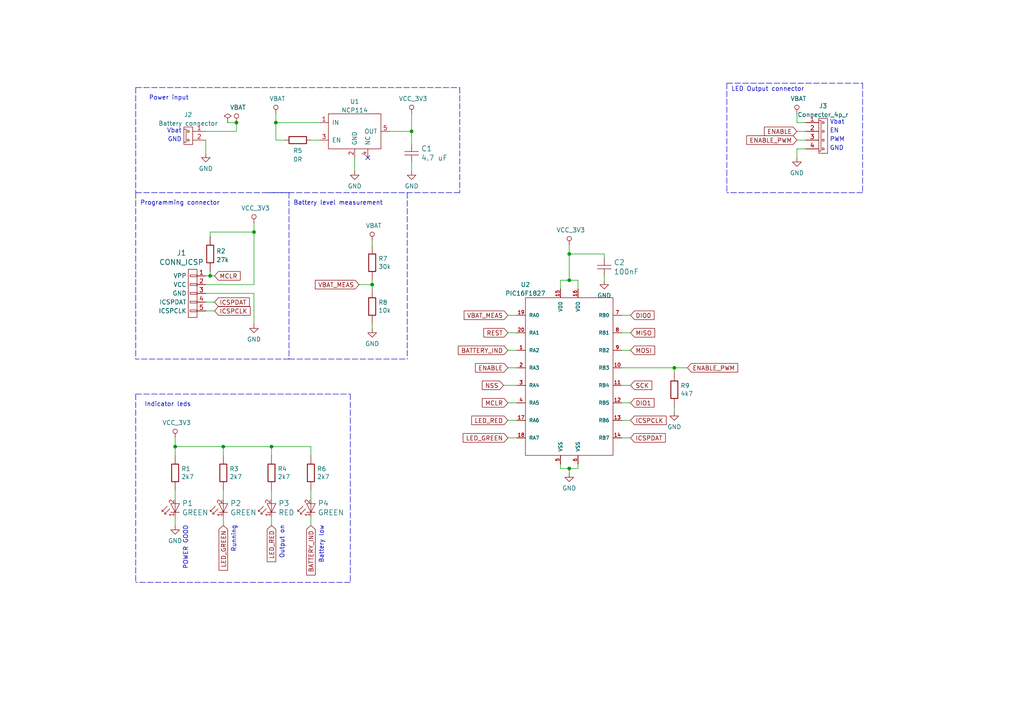
<source format=kicad_sch>
(kicad_sch (version 20211123) (generator eeschema)
  (paper "A4")
  (title_block (title "Lampe Solaire petite") (date "2020-09-26") (rev "r10") (company "ESN") (comment 1 "Esseiva Nicolas") (comment 2 "Lampe solaire commandée par un récepteur RF"))
  (lib_symbols
    (symbol "0ESN_Lib:AP3019A"
      (property "Reference" "U" (at -22.86 7.62 0))
      (property "Value" "AP3019A" (at -16.51 11.43 0))
      (symbol "AP3019A_0_1"
        (rectangle (start -7.62 5.08) (end 7.62 -5.08) (stroke (width 0.1524)) (fill (type background)))
      )
      (symbol "AP3019A_1_1"
        (pin input line (at -2.54 7.62 270) (length 2.54) (name "SW") (number "1"))
        (pin power_in line (at 0 -7.62 90) (length 2.54) (name "GND") (number "2"))
        (pin output line (at 10.16 -1.27 180) (length 2.54) (name "FB") (number "3"))
        (pin input line (at -10.16 -1.27 0) (length 2.54) (name "CTRL") (number "4"))
        (pin power_out line (at 2.54 7.62 270) (length 2.54) (name "Vout") (number "5"))
        (pin power_in line (at -10.16 1.27 0) (length 2.54) (name "Vin") (number "6"))
      )
    )
    (symbol "0ESN_Lib:Connector_2p" (pin_names (offset 1.016) hide)
      (property "Reference" "J" (at 0 3.81 0))
      (property "Value" "Connector_2p" (at -2.54 0 90))
      (symbol "Connector_2p_0_1"
        (rectangle (start -1.27 2.54) (end 1.27 -2.54))
        (polyline (pts (xy -0.635 1.905) (xy -1.27 1.905)) (stroke (width 0.1524)))
        (polyline (pts (xy -1.27 -1.905) (xy -0.635 -1.905) (xy -0.635 1.905)) (stroke (width 0.1524)))
        (rectangle (start 0.254 -1.016) (end -0.254 -1.524) (stroke (width 0.1524)))
        (rectangle (start 0.254 1.524) (end -0.254 1.016) (stroke (width 0.1524)))
      )
      (symbol "Connector_2p_1_1"
        (pin passive line (at 5.08 1.27 180) (length 3.81) (name "P1") (number "1"))
        (pin passive line (at 5.08 -1.27 180) (length 3.81) (name "P2") (number "2"))
      )
    )
    (symbol "0ESN_Lib:Connector_4p" (pin_names (offset 1.016) hide)
      (property "Reference" "J" (at 0 6.35 0))
      (property "Value" "Connector_4p" (at -2.54 2.54 90))
      (symbol "Connector_4p_0_1"
        (rectangle (start -1.27 5.08) (end 1.27 -5.08))
        (polyline (pts (xy -0.635 4.445) (xy -1.27 4.445)) (stroke (width 0.1524)))
        (polyline (pts (xy -1.27 -4.445) (xy -0.635 -4.445) (xy -0.635 4.445)) (stroke (width 0.1524)))
        (rectangle (start 0.254 -3.556) (end -0.254 -4.064) (stroke (width 0.1524)))
        (rectangle (start 0.254 -1.016) (end -0.254 -1.524) (stroke (width 0.1524)))
        (rectangle (start 0.254 1.524) (end -0.254 1.016) (stroke (width 0.1524)))
        (rectangle (start 0.254 4.064) (end -0.254 3.556) (stroke (width 0.1524)))
      )
      (symbol "Connector_4p_1_1"
        (pin passive line (at 5.08 3.81 180) (length 3.81) (name "P1") (number "1"))
        (pin passive line (at 5.08 1.27 180) (length 3.81) (name "P2") (number "2"))
        (pin passive line (at 5.08 -1.27 180) (length 3.81) (name "P3") (number "3"))
        (pin passive line (at 5.08 -3.81 180) (length 3.81) (name "P4") (number "4"))
      )
    )
    (symbol "0ESN_Lib:Connector_4p_r" (pin_names (offset 1.016) hide)
      (property "Reference" "J" (at 0 6.35 0))
      (property "Value" "Connector_4p_r" (at -2.54 2.54 90))
      (symbol "Connector_4p_r_0_1"
        (rectangle (start -1.27 5.08) (end 1.27 -5.08))
        (polyline (pts (xy -0.635 4.445) (xy -1.27 4.445)) (stroke (width 0.1524)))
        (polyline (pts (xy -1.27 -4.445) (xy -0.635 -4.445) (xy -0.635 4.445)) (stroke (width 0.1524)))
        (rectangle (start 0.254 -3.556) (end -0.254 -4.064) (stroke (width 0.1524)))
        (rectangle (start 0.254 -1.016) (end -0.254 -1.524) (stroke (width 0.1524)))
        (rectangle (start 0.254 1.524) (end -0.254 1.016) (stroke (width 0.1524)))
        (rectangle (start 0.254 4.064) (end -0.254 3.556) (stroke (width 0.1524)))
      )
      (symbol "Connector_4p_r_1_1"
        (pin passive line (at -5.08 3.81 0) (length 3.81) (name "P1") (number "1"))
        (pin passive line (at -5.08 1.27 0) (length 3.81) (name "P2") (number "2"))
        (pin passive line (at -5.08 -1.27 0) (length 3.81) (name "P3") (number "3"))
        (pin passive line (at -5.08 -3.81 0) (length 3.81) (name "P4") (number "4"))
      )
    )
    (symbol "0ESN_Lib:NCP114" (pin_names (offset 1.016))
      (property "Reference" "U" (at 5.08 8.89 0))
      (property "Value" "NCP114" (at 5.08 6.35 0))
      (symbol "NCP114_0_1"
        (rectangle (start -7.62 5.08) (end 7.62 -5.08))
      )
      (symbol "NCP114_1_1"
        (pin power_in line (at -10.16 2.54 0) (length 2.54) (name "IN") (number "1"))
        (pin power_in line (at 0 -7.62 90) (length 2.54) (name "GND") (number "2"))
        (pin input line (at -10.16 -2.54 0) (length 2.54) (name "EN") (number "3"))
        (pin passive line (at 3.81 -7.62 90) (length 2.54) (name "NC") (number "4"))
        (pin power_out line (at 10.16 0 180) (length 2.54) (name "OUT") (number "5"))
      )
    )
    (symbol "Device:C_Small" (pin_numbers hide) (pin_names (offset 0.254) hide)
      (property "Reference" "C" (at 0.254 1.778 0))
      (property "Value" "C_Small" (at 0.254 -2.032 0))
      (symbol "C_Small_0_1"
        (polyline (pts (xy -1.524 -0.508) (xy 1.524 -0.508)) (stroke (width 0.3302)))
        (polyline (pts (xy -1.524 0.508) (xy 1.524 0.508)) (stroke (width 0.3048)))
      )
      (symbol "C_Small_1_1"
        (pin passive line (at 0 2.54 270) (length 2.032) (name "~") (number "1"))
        (pin passive line (at 0 -2.54 90) (length 2.032) (name "~") (number "2"))
      )
    )
    (symbol "Device:L" (pin_numbers hide) (pin_names (offset 1.016) hide)
      (property "Reference" "L" (at -1.27 0 90))
      (property "Value" "L" (at 1.905 0 90))
      (symbol "L_0_1"
        (arc (start 0 -2.54) (mid 0.635 -1.905) (end 0 -1.27))
        (arc (start 0 -1.27) (mid 0.635 -0.635) (end 0 0))
        (arc (start 0 0) (mid 0.635 0.635) (end 0 1.27))
        (arc (start 0 1.27) (mid 0.635 1.905) (end 0 2.54))
      )
      (symbol "L_1_1"
        (pin passive line (at 0 3.81 270) (length 1.27) (name "1") (number "1"))
        (pin passive line (at 0 -3.81 90) (length 1.27) (name "2") (number "2"))
      )
    )
    (symbol "Device:LED_Series" (pin_names (offset 1.016) hide)
      (property "Reference" "D" (at 0 5.715 0))
      (property "Value" "LED_Series" (at 0 3.81 0))
      (symbol "LED_Series_0_1"
        (polyline (pts (xy -3.81 0) (xy -1.016 0)))
        (polyline (pts (xy -3.683 -1.27) (xy -3.683 1.27)) (stroke (width 0.254)))
        (polyline (pts (xy -0.508 0) (xy -0.762 0)))
        (polyline (pts (xy 0.127 0) (xy -0.127 0)))
        (polyline (pts (xy 0.508 0) (xy 0.762 0)))
        (polyline (pts (xy 1.016 0) (xy 3.81 0)))
        (polyline (pts (xy 1.143 -1.27) (xy 1.143 1.27)) (stroke (width 0.254)))
        (polyline (pts (xy -1.143 -1.27) (xy -1.143 1.27) (xy -3.683 0) (xy -1.143 -1.27)) (stroke (width 0.254)))
        (polyline (pts (xy 3.683 -1.27) (xy 3.683 1.27) (xy 1.143 0) (xy 3.683 -1.27)) (stroke (width 0.254)))
        (polyline (pts (xy -3.302 1.397) (xy -1.778 2.921) (xy -2.54 2.921) (xy -1.778 2.921) (xy -1.778 2.159)))
        (polyline (pts (xy -2.032 1.397) (xy -0.508 2.921) (xy -1.27 2.921) (xy -0.508 2.921) (xy -0.508 2.159)))
        (polyline (pts (xy 1.524 1.397) (xy 3.048 2.921) (xy 2.286 2.921) (xy 3.048 2.921) (xy 3.048 2.159)))
        (polyline (pts (xy 2.794 1.397) (xy 4.318 2.921) (xy 3.556 2.921) (xy 4.318 2.921) (xy 4.318 2.159)))
      )
      (symbol "LED_Series_1_1"
        (pin passive line (at -6.35 0 0) (length 2.54) (name "K") (number "1"))
        (pin passive line (at 6.35 0 180) (length 2.54) (name "A") (number "2"))
      )
    )
    (symbol "Device:R" (pin_numbers hide) (pin_names (offset 0))
      (property "Reference" "R" (at 2.032 0 90))
      (property "Value" "R" (at 0 0 90))
      (symbol "R_0_1"
        (rectangle (start -1.016 -2.54) (end 1.016 2.54) (stroke (width 0.254)))
      )
      (symbol "R_1_1"
        (pin passive line (at 0 3.81 270) (length 1.27) (name "~") (number "1"))
        (pin passive line (at 0 -3.81 90) (length 1.27) (name "~") (number "2"))
      )
    )
    (symbol "Device:R_Potentiometer_Trim" (pin_names (offset 1.016) hide)
      (property "Reference" "RV" (at -4.445 0 90))
      (property "Value" "R_Potentiometer_Trim" (at -2.54 0 90))
      (symbol "R_Potentiometer_Trim_0_1"
        (polyline (pts (xy 1.524 0.762) (xy 1.524 -0.762)))
        (polyline (pts (xy 2.54 0) (xy 1.524 0)))
        (rectangle (start 1.016 2.54) (end -1.016 -2.54) (stroke (width 0.254)))
      )
      (symbol "R_Potentiometer_Trim_1_1"
        (pin passive line (at 0 3.81 270) (length 1.27) (name "1") (number "1"))
        (pin passive line (at 3.81 0 180) (length 1.27) (name "2") (number "2"))
        (pin passive line (at 0 -3.81 90) (length 1.27) (name "3") (number "3"))
      )
    )
    (symbol "LampeSolaire2-rescue:CAPA-0EsseivaN_Lib" (pin_numbers hide) (pin_names (offset 1.016) hide)
      (property "Reference" "C" (at 0 3.81 0))
      (property "Value" "CAPA-0EsseivaN_Lib" (at 0 -3.81 0))
      (symbol "CAPA-0EsseivaN_Lib_0_1"
        (polyline (pts (xy -0.508 0) (xy -1.27 0)))
        (polyline (pts (xy -0.508 2.032) (xy -0.508 -2.032)))
        (polyline (pts (xy 0.508 0) (xy 1.27 0)))
        (polyline (pts (xy 0.508 2.032) (xy 0.508 -2.032)))
      )
      (symbol "CAPA-0EsseivaN_Lib_1_1"
        (pin passive line (at -2.54 0 0) (length 1.27) (name "~") (number "1"))
        (pin passive line (at 2.54 0 180) (length 1.27) (name "~") (number "2"))
      )
    )
    (symbol "LampeSolaire2-rescue:CONN_ICSP-0EsseivaN_Lib" (pin_names (offset 3.048))
      (property "Reference" "X" (at 3.81 15.24 0))
      (property "Value" "CONN_ICSP-0EsseivaN_Lib" (at 3.81 12.7 0))
      (symbol "CONN_ICSP-0EsseivaN_Lib_0_0"
        (rectangle (start 5.08 -1.016) (end 3.048 -1.524))
        (rectangle (start 5.08 1.524) (end 3.048 1.016))
        (rectangle (start 5.08 4.064) (end 3.048 3.556))
        (rectangle (start 5.08 6.604) (end 3.048 6.096))
        (rectangle (start 5.08 9.144) (end 3.048 8.636))
        (rectangle (start 5.08 10.795) (end 2.54 -3.175))
      )
      (symbol "CONN_ICSP-0EsseivaN_Lib_1_1"
        (pin output line (at 7.62 8.89 180) (length 2.54) (name "VPP") (number "1"))
        (pin power_out line (at 7.62 6.35 180) (length 2.54) (name "VCC") (number "2"))
        (pin power_out line (at 7.62 3.81 180) (length 2.54) (name "GND") (number "3"))
        (pin bidirectional line (at 7.62 1.27 180) (length 2.54) (name "ICSPDAT") (number "4"))
        (pin bidirectional line (at 7.62 -1.27 180) (length 2.54) (name "ICSPCLK") (number "5"))
      )
    )
    (symbol "LampeSolaire2-rescue:LED-0EsseivaN_Lib" (pin_names (offset 0) hide)
      (property "Reference" "P" (at -1.016 5.842 0))
      (property "Value" "LED-0EsseivaN_Lib" (at -1.27 3.81 0))
      (symbol "LED-0EsseivaN_Lib_0_0"
        (polyline (pts (xy -1.27 0) (xy 1.27 0)))
        (polyline (pts (xy -0.508 -2.286) (xy 1.016 -3.81)))
        (polyline (pts (xy 0.254 -1.524) (xy 1.778 -3.048)))
        (polyline (pts (xy 1.27 1.27) (xy 1.27 -1.27)))
        (polyline (pts (xy 1.016 -3.302) (xy 1.016 -3.81) (xy 0.508 -3.81)))
        (polyline (pts (xy 1.778 -2.54) (xy 1.778 -3.048) (xy 1.27 -3.048)))
        (polyline (pts (xy -1.27 1.27) (xy -1.27 -1.27) (xy 1.27 0) (xy -1.27 1.27)))
      )
      (symbol "LED-0EsseivaN_Lib_1_1"
        (pin passive line (at 2.54 0 180) (length 1.27) (name "Cathode") (number "1"))
        (pin passive line (at -2.54 0 0) (length 1.27) (name "Anode") (number "2"))
      )
    )
    (symbol "LampeSolaire2-rescue:PIC16F1827_20-0EsseivaN_Lib" (pin_names (offset 1.016))
      (property "Reference" "U" (at -15.24 26.67 0))
      (property "Value" "PIC16F1827_20-0EsseivaN_Lib" (at -19.05 24.13 0))
      (symbol "PIC16F1827_20-0EsseivaN_Lib_0_0"
        (pin bidirectional line (at -15.24 7.62 0) (length 2.54) (name "RA2") (number "1"))
        (pin bidirectional line (at 15.24 2.54 180) (length 2.54) (name "RB3") (number "10"))
        (pin bidirectional line (at 15.24 -2.54 180) (length 2.54) (name "RB4") (number "11"))
        (pin bidirectional line (at 15.24 -7.62 180) (length 2.54) (name "RB5") (number "12"))
        (pin bidirectional line (at 15.24 -12.7 180) (length 2.54) (name "RB6") (number "13"))
        (pin bidirectional line (at 15.24 -17.78 180) (length 2.54) (name "RB7") (number "14"))
        (pin power_in line (at -2.54 25.4 270) (length 2.54) (name "VDD") (number "15"))
        (pin power_in line (at 2.54 25.4 270) (length 2.54) (name "VDD") (number "16"))
        (pin bidirectional line (at -15.24 -12.7 0) (length 2.54) (name "RA6") (number "17"))
        (pin bidirectional line (at -15.24 -17.78 0) (length 2.54) (name "RA7") (number "18"))
        (pin bidirectional line (at -15.24 17.78 0) (length 2.54) (name "RA0") (number "19"))
        (pin bidirectional line (at -15.24 2.54 0) (length 2.54) (name "RA3") (number "2"))
        (pin bidirectional line (at -15.24 12.7 0) (length 2.54) (name "RA1") (number "20"))
        (pin bidirectional line (at -15.24 -2.54 0) (length 2.54) (name "RA4") (number "3"))
        (pin bidirectional line (at -15.24 -7.62 0) (length 2.54) (name "RA5") (number "4"))
        (pin power_in line (at -2.54 -25.4 90) (length 2.54) (name "VSS") (number "5"))
        (pin bidirectional line (at 15.24 12.7 180) (length 2.54) (name "RB1") (number "8"))
        (pin bidirectional line (at 15.24 7.62 180) (length 2.54) (name "RB2") (number "9"))
      )
      (symbol "PIC16F1827_20-0EsseivaN_Lib_0_1"
        (rectangle (start -12.7 22.86) (end 12.7 -22.86))
      )
      (symbol "PIC16F1827_20-0EsseivaN_Lib_1_0"
        (pin bidirectional line (at 15.24 17.78 180) (length 2.54) (name "RB0") (number "7"))
      )
      (symbol "PIC16F1827_20-0EsseivaN_Lib_1_1"
        (pin power_in line (at 2.54 -25.4 90) (length 2.54) (name "VSS") (number "6"))
      )
    )
    (symbol "LampeSolaire2-rescue:PWR_FLAG-power-0EsseivaN_Lib" (power) (pin_numbers hide) (pin_names (offset 0) hide)
      (symbol "PWR_FLAG-power-0EsseivaN_Lib_0_0"
        (pin power_out line (at 0 0 90) (length 0) (name "pwr") (number "1"))
      )
      (symbol "PWR_FLAG-power-0EsseivaN_Lib_0_1"
        (polyline (pts (xy 0 0) (xy 0 1.27) (xy -1.016 1.905) (xy 0 2.54) (xy 1.016 1.905) (xy 0 1.27)))
      )
    )
    (symbol "LampeSolaire2-rescue:R-0EsseivaN_Lib" (pin_numbers hide) (pin_names (offset 0))
      (property "Reference" "R" (at 2.032 0 90))
      (property "Value" "R-0EsseivaN_Lib" (at 0 0 90))
      (symbol "R-0EsseivaN_Lib_0_1"
        (rectangle (start -1.016 -2.54) (end 1.016 2.54) (stroke (width 0.254)))
      )
      (symbol "R-0EsseivaN_Lib_1_1"
        (pin passive line (at 0 5.08 270) (length 2.54) (name "~") (number "1"))
        (pin passive line (at 0 -5.08 90) (length 2.54) (name "~") (number "2"))
      )
    )
    (symbol "LampeSolaire2-rescue:VBAT-0EsseivaN_Lib" (power) (pin_names (offset 0))
      (property "Value" "VBAT-0EsseivaN_Lib" (at 0 3.81 0))
      (symbol "VBAT-0EsseivaN_Lib_0_1"
        (polyline (pts (xy 0 0) (xy 0 1.27)))
        (circle (center 0 1.905) (radius 0.635))
      )
      (symbol "VBAT-0EsseivaN_Lib_1_1"
        (pin power_in line (at 0 0 90) (length 0) hide (name "VBAT") (number "1"))
      )
    )
    (symbol "LampeSolaire2-rescue:VCC_3V3-0EsseivaN_Lib" (power) (pin_names (offset 0))
      (property "Value" "VCC_3V3-0EsseivaN_Lib" (at 0 3.81 0))
      (symbol "VCC_3V3-0EsseivaN_Lib_0_1"
        (polyline (pts (xy 0 0) (xy 0 1.27)))
        (circle (center 0 1.905) (radius 0.635))
      )
      (symbol "VCC_3V3-0EsseivaN_Lib_1_1"
        (pin power_in line (at 0 0 90) (length 0) hide (name "VCC_3V3") (number "1"))
      )
    )
    (symbol "power:GND" (power) (pin_names (offset 0))
      (property "Value" "GND" (at 0 -3.81 0))
      (symbol "GND_0_1"
        (polyline (pts (xy 0 0) (xy 0 -1.27) (xy 1.27 -1.27) (xy 0 -2.54) (xy -1.27 -1.27) (xy 0 -1.27)))
      )
      (symbol "GND_1_1"
        (pin power_in line (at 0 0 270) (length 0) hide (name "GND") (number "1"))
      )
    )
  )
  (junction (at 73.66 67.31))
  (junction (at 392.43 105.41))
  (junction (at 334.01 87.63))
  (junction (at 68.58 35.56))
  (junction (at 354.33 101.6))
  (junction (at 50.8 129.54))
  (junction (at 335.28 101.6))
  (junction (at 372.11 105.41))
  (junction (at 165.1 135.89))
  (junction (at 119.38 38.1))
  (junction (at 165.1 81.28))
  (junction (at 372.11 95.25))
  (junction (at 107.95 82.55))
  (junction (at 337.82 81.28))
  (junction (at 80.01 35.56))
  (junction (at 330.2 92.71))
  (junction (at 195.58 106.68))
  (junction (at 165.1 73.66))
  (junction (at 372.11 76.2))
  (junction (at 372.11 92.71))
  (junction (at 64.77 129.54))
  (junction (at 78.74 129.54))
  (junction (at 60.96 80.01))
  (no_connect (at 106.68 45.72))
  (no_connect (at 388.62 104.14))
  (wire (pts (xy 59.69 80.01) (xy 60.96 80.01)))
  (polyline (pts (xy 83.82 104.14) (xy 118.11 104.14)))
  (wire (pts (xy 334.01 81.28) (xy 337.82 81.28)))
  (wire (pts (xy 119.38 33.02) (xy 119.38 38.1)))
  (wire (pts (xy 327.66 90.17) (xy 330.2 90.17)))
  (polyline (pts (xy 425.45 73.66) (xy 425.45 109.22)))
  (polyline (pts (xy 250.19 24.13) (xy 250.19 55.88)))
  (wire (pts (xy 180.34 101.6) (xy 182.88 101.6)))
  (polyline (pts (xy 39.37 25.4) (xy 39.37 55.88)))
  (wire (pts (xy 147.32 121.92) (xy 149.86 121.92)))
  (wire (pts (xy 64.77 142.24) (xy 64.77 144.78)))
  (wire (pts (xy 107.95 93.98) (xy 107.95 95.25)))
  (wire (pts (xy 50.8 142.24) (xy 50.8 144.78)))
  (wire (pts (xy 337.82 90.17) (xy 344.17 90.17)))
  (wire (pts (xy 165.1 71.12) (xy 165.1 73.66)))
  (wire (pts (xy 372.11 105.41) (xy 372.11 102.87)))
  (wire (pts (xy 162.56 83.82) (xy 162.56 81.28)))
  (polyline (pts (xy 83.82 55.88) (xy 83.82 55.88)))
  (wire (pts (xy 107.95 82.55) (xy 107.95 83.82)))
  (wire (pts (xy 327.66 92.71) (xy 330.2 92.71)))
  (wire (pts (xy 50.8 127) (xy 50.8 129.54)))
  (polyline (pts (xy 250.19 55.88) (xy 210.82 55.88)))
  (wire (pts (xy 356.87 76.2) (xy 372.11 76.2)))
  (wire (pts (xy 316.23 87.63) (xy 334.01 87.63)))
  (wire (pts (xy 231.14 40.64) (xy 233.68 40.64)))
  (wire (pts (xy 351.79 81.28) (xy 351.79 83.82)))
  (polyline (pts (xy 83.82 55.88) (xy 83.82 104.14)))
  (wire (pts (xy 60.96 78.74) (xy 60.96 80.01)))
  (polyline (pts (xy 39.37 114.3) (xy 39.37 168.91)))
  (wire (pts (xy 316.23 92.71) (xy 320.04 92.71)))
  (wire (pts (xy 195.58 106.68) (xy 199.39 106.68)))
  (wire (pts (xy 400.05 85.09) (xy 400.05 76.2)))
  (wire (pts (xy 147.32 106.68) (xy 149.86 106.68)))
  (wire (pts (xy 175.26 81.28) (xy 175.26 80.01)))
  (polyline (pts (xy 210.82 24.13) (xy 210.82 55.88)))
  (wire (pts (xy 335.28 87.63) (xy 334.01 87.63)))
  (polyline (pts (xy 304.8 109.22) (xy 318.77 109.22)))
  (polyline (pts (xy 118.11 55.88) (xy 118.11 104.14)))
  (wire (pts (xy 90.17 40.64) (xy 92.71 40.64)))
  (wire (pts (xy 180.34 96.52) (xy 182.88 96.52)))
  (wire (pts (xy 165.1 81.28) (xy 165.1 73.66)))
  (polyline (pts (xy 39.37 25.4) (xy 133.35 25.4)))
  (wire (pts (xy 335.28 99.06) (xy 335.28 101.6)))
  (wire (pts (xy 354.33 101.6) (xy 354.33 105.41)))
  (wire (pts (xy 119.38 46.99) (xy 119.38 49.53)))
  (wire (pts (xy 107.95 82.55) (xy 104.14 82.55)))
  (wire (pts (xy 354.33 105.41) (xy 372.11 105.41)))
  (wire (pts (xy 180.34 116.84) (xy 182.88 116.84)))
  (wire (pts (xy 60.96 80.01) (xy 62.23 80.01)))
  (wire (pts (xy 167.64 135.89) (xy 167.64 134.62)))
  (polyline (pts (xy 39.37 55.88) (xy 39.37 104.14)))
  (wire (pts (xy 392.43 100.33) (xy 392.43 105.41)))
  (wire (pts (xy 180.34 121.92) (xy 182.88 121.92)))
  (wire (pts (xy 335.28 101.6) (xy 354.33 101.6)))
  (polyline (pts (xy 425.45 109.22) (xy 318.77 109.22)))
  (wire (pts (xy 372.11 76.2) (xy 372.11 77.47)))
  (polyline (pts (xy 101.6 114.3) (xy 101.6 168.91)))
  (wire (pts (xy 59.69 82.55) (xy 73.66 82.55)))
  (polyline (pts (xy 101.6 168.91) (xy 39.37 168.91)))
  (wire (pts (xy 80.01 35.56) (xy 80.01 40.64)))
  (wire (pts (xy 337.82 81.28) (xy 337.82 90.17)))
  (wire (pts (xy 334.01 87.63) (xy 334.01 81.28)))
  (wire (pts (xy 60.96 67.31) (xy 73.66 67.31)))
  (wire (pts (xy 317.5 95.25) (xy 317.5 101.6)))
  (wire (pts (xy 59.69 90.17) (xy 62.23 90.17)))
  (wire (pts (xy 330.2 90.17) (xy 330.2 92.71)))
  (polyline (pts (xy 210.82 24.13) (xy 250.19 24.13)))
  (wire (pts (xy 68.58 38.1) (xy 68.58 35.56)))
  (wire (pts (xy 372.11 90.17) (xy 372.11 92.71)))
  (wire (pts (xy 231.14 33.02) (xy 231.14 35.56)))
  (wire (pts (xy 175.26 73.66) (xy 165.1 73.66)))
  (wire (pts (xy 73.66 85.09) (xy 73.66 93.98)))
  (wire (pts (xy 317.5 101.6) (xy 335.28 101.6)))
  (wire (pts (xy 80.01 35.56) (xy 92.71 35.56)))
  (wire (pts (xy 372.11 105.41) (xy 392.43 105.41)))
  (wire (pts (xy 231.14 43.18) (xy 231.14 45.72)))
  (wire (pts (xy 372.11 92.71) (xy 372.11 95.25)))
  (polyline (pts (xy 83.82 104.14) (xy 39.37 104.14)))
  (wire (pts (xy 78.74 149.86) (xy 78.74 152.4)))
  (wire (pts (xy 102.87 45.72) (xy 102.87 49.53)))
  (wire (pts (xy 316.23 90.17) (xy 320.04 90.17)))
  (wire (pts (xy 180.34 106.68) (xy 195.58 106.68)))
  (wire (pts (xy 64.77 129.54) (xy 64.77 132.08)))
  (wire (pts (xy 347.98 81.28) (xy 351.79 81.28)))
  (wire (pts (xy 195.58 119.38) (xy 195.58 118.11)))
  (wire (pts (xy 113.03 38.1) (xy 119.38 38.1)))
  (wire (pts (xy 50.8 149.86) (xy 50.8 152.4)))
  (wire (pts (xy 119.38 38.1) (xy 119.38 41.91)))
  (wire (pts (xy 175.26 73.66) (xy 175.26 74.93)))
  (wire (pts (xy 90.17 129.54) (xy 90.17 132.08)))
  (wire (pts (xy 356.87 83.82) (xy 356.87 76.2)))
  (wire (pts (xy 400.05 105.41) (xy 392.43 105.41)))
  (wire (pts (xy 50.8 129.54) (xy 64.77 129.54)))
  (wire (pts (xy 400.05 76.2) (xy 372.11 76.2)))
  (wire (pts (xy 330.2 92.71) (xy 344.17 92.71)))
  (wire (pts (xy 59.69 38.1) (xy 68.58 38.1)))
  (wire (pts (xy 90.17 149.86) (xy 90.17 152.4)))
  (wire (pts (xy 388.62 95.25) (xy 388.62 96.52)))
  (wire (pts (xy 354.33 101.6) (xy 354.33 99.06)))
  (wire (pts (xy 59.69 87.63) (xy 62.23 87.63)))
  (wire (pts (xy 364.49 92.71) (xy 372.11 92.71)))
  (wire (pts (xy 340.36 81.28) (xy 337.82 81.28)))
  (wire (pts (xy 64.77 129.54) (xy 78.74 129.54)))
  (wire (pts (xy 64.77 149.86) (xy 64.77 152.4)))
  (wire (pts (xy 80.01 33.02) (xy 80.01 35.56)))
  (wire (pts (xy 60.96 68.58) (xy 60.96 67.31)))
  (wire (pts (xy 78.74 129.54) (xy 78.74 132.08)))
  (wire (pts (xy 147.32 101.6) (xy 149.86 101.6)))
  (wire (pts (xy 167.64 81.28) (xy 167.64 83.82)))
  (wire (pts (xy 73.66 67.31) (xy 73.66 82.55)))
  (wire (pts (xy 372.11 95.25) (xy 388.62 95.25)))
  (polyline (pts (xy 39.37 55.88) (xy 83.82 55.88)))
  (wire (pts (xy 107.95 81.28) (xy 107.95 82.55)))
  (wire (pts (xy 146.05 111.76) (xy 149.86 111.76)))
  (wire (pts (xy 180.34 91.44) (xy 182.88 91.44)))
  (wire (pts (xy 59.69 40.64) (xy 59.69 44.45)))
  (wire (pts (xy 162.56 81.28) (xy 165.1 81.28)))
  (wire (pts (xy 165.1 135.89) (xy 167.64 135.89)))
  (wire (pts (xy 233.68 43.18) (xy 231.14 43.18)))
  (wire (pts (xy 90.17 142.24) (xy 90.17 144.78)))
  (wire (pts (xy 78.74 129.54) (xy 90.17 129.54)))
  (wire (pts (xy 162.56 135.89) (xy 165.1 135.89)))
  (wire (pts (xy 66.04 35.56) (xy 68.58 35.56)))
  (wire (pts (xy 78.74 142.24) (xy 78.74 144.78)))
  (wire (pts (xy 147.32 127) (xy 149.86 127)))
  (polyline (pts (xy 304.8 73.66) (xy 318.77 73.66)))
  (wire (pts (xy 50.8 129.54) (xy 50.8 132.08)))
  (wire (pts (xy 147.32 91.44) (xy 149.86 91.44)))
  (wire (pts (xy 59.69 85.09) (xy 73.66 85.09)))
  (wire (pts (xy 165.1 137.16) (xy 165.1 135.89)))
  (wire (pts (xy 195.58 107.95) (xy 195.58 106.68)))
  (wire (pts (xy 400.05 90.17) (xy 400.05 105.41)))
  (polyline (pts (xy 133.35 55.88) (xy 77.47 55.88)))
  (wire (pts (xy 165.1 81.28) (xy 167.64 81.28)))
  (wire (pts (xy 162.56 134.62) (xy 162.56 135.89)))
  (polyline (pts (xy 133.35 25.4) (xy 133.35 55.88)))
  (wire (pts (xy 316.23 95.25) (xy 317.5 95.25)))
  (wire (pts (xy 335.28 93.98) (xy 335.28 87.63)))
  (wire (pts (xy 180.34 127) (xy 182.88 127)))
  (wire (pts (xy 231.14 35.56) (xy 233.68 35.56)))
  (wire (pts (xy 80.01 40.64) (xy 82.55 40.64)))
  (wire (pts (xy 73.66 64.77) (xy 73.66 67.31)))
  (wire (pts (xy 147.32 116.84) (xy 149.86 116.84)))
  (polyline (pts (xy 318.77 73.66) (xy 425.45 73.66)))
  (wire (pts (xy 231.14 38.1) (xy 233.68 38.1)))
  (polyline (pts (xy 39.37 114.3) (xy 101.6 114.3)))
  (wire (pts (xy 180.34 111.76) (xy 182.88 111.76)))
  (wire (pts (xy 147.32 96.52) (xy 149.86 96.52)))
  (polyline (pts (xy 304.8 73.66) (xy 304.8 109.22)))
  (wire (pts (xy 107.95 71.12) (xy 107.95 69.85)))
  (text "POWER GOOD" (at 54.61 152.4 270) (effects (font (size 1.27 1.27)) (justify right bottom)))
  (text "P = U^2/R = 0.2^2/R = 40/R mW ohm" (at 384.81 93.98 0) (effects (font (size 1.27 1.27)) (justify left bottom)))
  (text "Vbat" (at 52.705 38.735 180) (effects (font (size 1.27 1.27)) (justify right bottom)))
  (text "Partie leds, sur PCB séparé" (at 320.04 76.2 0) (effects (font (size 1.27 1.27)) (justify left bottom)))
  (text "Output on" (at 82.55 152.4 270) (effects (font (size 1.27 1.27)) (justify right bottom)))
  (text "Power input" (at 43.18 29.21 0) (effects (font (size 1.27 1.27)) (justify left bottom)))
  (text "PWM" (at 240.665 41.275 0) (effects (font (size 1.27 1.27)) (justify left bottom)))
  (text "GND" (at 240.665 43.815 0) (effects (font (size 1.27 1.27)) (justify left bottom)))
  (text "EN" (at 240.665 38.735 0) (effects (font (size 1.27 1.27)) (justify left bottom)))
  (text "Vbat" (at 240.665 36.195 0) (effects (font (size 1.27 1.27)) (justify left bottom)))
  (text "Battery low" (at 93.98 152.4 270) (effects (font (size 1.27 1.27)) (justify right bottom)))
  (text "Battery level measurement" (at 85.09 59.69 0) (effects (font (size 1.27 1.27)) (justify left bottom)))
  (text "GND" (at 52.705 41.275 180) (effects (font (size 1.27 1.27)) (justify right bottom)))
  (text "Programming connector" (at 40.64 59.69 0) (effects (font (size 1.27 1.27)) (justify left bottom)))
  (text "LED Output connector" (at 212.09 26.67 0) (effects (font (size 1.27 1.27)) (justify left bottom)))
  (text "Indicator leds" (at 41.91 118.11 0) (effects (font (size 1.27 1.27)) (justify left bottom)))
  (text "Running" (at 68.58 152.4 270) (effects (font (size 1.27 1.27)) (justify right bottom)))
  (global_label "LED_RED" (shape input) (at 147.32 121.92 180) (property "Intersheet References" "${INTERSHEET_REFS}" (effects hide)))
  (global_label "NSS" (shape input) (at 146.05 111.76 180) (property "Intersheet References" "${INTERSHEET_REFS}" (effects hide)))
  (global_label "ENABLE" (shape input) (at 147.32 106.68 180) (property "Intersheet References" "${INTERSHEET_REFS}" (effects hide)))
  (global_label "BATTERY_IND" (shape input) (at 90.17 152.4 270) (property "Intersheet References" "${INTERSHEET_REFS}" (effects hide)))
  (global_label "MISO" (shape input) (at 182.88 96.52 0) (property "Intersheet References" "${INTERSHEET_REFS}" (effects hide)))
  (global_label "ICSPDAT" (shape input) (at 62.23 87.63 0) (property "Intersheet References" "${INTERSHEET_REFS}" (effects hide)))
  (global_label "LED_GREEN" (shape input) (at 147.32 127 180) (property "Intersheet References" "${INTERSHEET_REFS}" (effects hide)))
  (global_label "REST" (shape input) (at 147.32 96.52 180) (property "Intersheet References" "${INTERSHEET_REFS}" (effects hide)))
  (global_label "DIO0" (shape input) (at 182.88 91.44 0) (property "Intersheet References" "${INTERSHEET_REFS}" (effects hide)))
  (global_label "SCK" (shape input) (at 182.88 111.76 0) (property "Intersheet References" "${INTERSHEET_REFS}" (effects hide)))
  (global_label "ICSPCLK" (shape input) (at 182.88 121.92 0) (property "Intersheet References" "${INTERSHEET_REFS}" (effects hide)))
  (global_label "LED_GREEN" (shape input) (at 64.77 152.4 270) (property "Intersheet References" "${INTERSHEET_REFS}" (effects hide)))
  (global_label "LED_RED" (shape input) (at 78.74 152.4 270) (property "Intersheet References" "${INTERSHEET_REFS}" (effects hide)))
  (global_label "ENABLE" (shape input) (at 231.14 38.1 180) (property "Intersheet References" "${INTERSHEET_REFS}" (effects hide)))
  (global_label "DIO1" (shape input) (at 182.88 116.84 0) (property "Intersheet References" "${INTERSHEET_REFS}" (effects hide)))
  (global_label "MCLR" (shape input) (at 147.32 116.84 180) (property "Intersheet References" "${INTERSHEET_REFS}" (effects hide)))
  (global_label "ICSPCLK" (shape input) (at 62.23 90.17 0) (property "Intersheet References" "${INTERSHEET_REFS}" (effects hide)))
  (global_label "MCLR" (shape input) (at 62.23 80.01 0) (property "Intersheet References" "${INTERSHEET_REFS}" (effects hide)))
  (global_label "ICSPDAT" (shape input) (at 182.88 127 0) (property "Intersheet References" "${INTERSHEET_REFS}" (effects hide)))
  (global_label "BATTERY_IND" (shape input) (at 147.32 101.6 180) (property "Intersheet References" "${INTERSHEET_REFS}" (effects hide)))
  (global_label "MOSI" (shape input) (at 182.88 101.6 0) (property "Intersheet References" "${INTERSHEET_REFS}" (effects hide)))
  (global_label "VBAT_MEAS" (shape input) (at 147.32 91.44 180) (property "Intersheet References" "${INTERSHEET_REFS}" (effects hide)))
  (global_label "ENABLE_PWM" (shape input) (at 199.39 106.68 0) (property "Intersheet References" "${INTERSHEET_REFS}" (effects hide)))
  (global_label "VBAT_MEAS" (shape input) (at 104.14 82.55 180) (property "Intersheet References" "${INTERSHEET_REFS}" (effects hide)))
  (global_label "ENABLE_PWM" (shape input) (at 231.14 40.64 180) (property "Intersheet References" "${INTERSHEET_REFS}" (effects hide)))
  (symbol (lib_id "LampeSolaire2-rescue:PIC16F1827_20-0EsseivaN_Lib") (at 165.1 109.22 0) (unit 1)
    (property "Reference" "U2" (at 152.4 82.55 0))
    (property "Value" "PIC16F1827" (at 152.4 85.09 0))
    (property "Footprint" "EsseivaN_Lib:SSOP-20_5.3x7.2mm_Pitch0.65mm" (effects hide))
    (property "Datasheet" "https://ww1.microchip.com/downloads/en/DeviceDoc/41391D.pdf" (effects hide))
  )
  (symbol (lib_id "LampeSolaire2-rescue:LED-0EsseivaN_Lib") (at 90.17 147.32 270) (unit 1)
    (property "Reference" "P4" (at 92.1512 145.9738 90) (effects (font (size 1.524 1.524)) (justify left)))
    (property "Value" "GREEN" (at 92.1512 148.6662 90) (effects (font (size 1.524 1.524)) (justify left)))
    (property "Footprint" "EsseivaN_Lib:D_0603_HandSoldering" (effects hide))
  )
  (symbol (lib_id "LampeSolaire2-rescue:R-0EsseivaN_Lib") (at 90.17 137.16 0) (unit 1)
    (property "Reference" "R6" (at 91.948 135.9916 0) (effects (justify left)))
    (property "Value" "2k7" (at 91.948 138.303 0) (effects (justify left)))
    (property "Footprint" "EsseivaN_Lib:R_0805_HandSoldering" (effects hide))
  )
  (symbol (lib_id "LampeSolaire2-rescue:CAPA-0EsseivaN_Lib") (at 175.26 77.47 270) (unit 1)
    (property "Reference" "C2" (at 178.0032 76.1238 90) (effects (font (size 1.524 1.524)) (justify left)))
    (property "Value" "100nF" (at 178.0032 78.8162 90) (effects (font (size 1.524 1.524)) (justify left)))
    (property "Footprint" "EsseivaN_Lib:C_0805_HandSoldering" (effects hide))
  )
  (symbol (lib_id "LampeSolaire2-rescue:VCC_3V3-0EsseivaN_Lib") (at 119.38 33.02 0) (unit 1)
    (property "Reference" "#PWR011" (effects hide))
    (property "Value" "VCC_3V3" (at 119.8118 28.6258 0))
  )
  (symbol (lib_id "LampeSolaire2-rescue:VBAT-0EsseivaN_Lib") (at 68.58 35.56 0) (unit 1)
    (property "Reference" "#PWR04" (effects hide))
    (property "Value" "VBAT" (at 69.0118 31.1658 0))
  )
  (symbol (lib_id "LampeSolaire2-rescue:LED-0EsseivaN_Lib") (at 78.74 147.32 270) (unit 1)
    (property "Reference" "P3" (at 80.7212 145.9738 90) (effects (font (size 1.524 1.524)) (justify left)))
    (property "Value" "RED" (at 80.7212 148.6662 90) (effects (font (size 1.524 1.524)) (justify left)))
    (property "Footprint" "EsseivaN_Lib:D_0603_HandSoldering" (effects hide))
  )
  (symbol (lib_id "LampeSolaire2-rescue:LED-0EsseivaN_Lib") (at 64.77 147.32 270) (unit 1)
    (property "Reference" "P2" (at 66.7512 145.9738 90) (effects (font (size 1.524 1.524)) (justify left)))
    (property "Value" "GREEN" (at 66.7512 148.6662 90) (effects (font (size 1.524 1.524)) (justify left)))
    (property "Footprint" "EsseivaN_Lib:D_0603_HandSoldering" (effects hide))
  )
  (symbol (lib_id "LampeSolaire2-rescue:R-0EsseivaN_Lib") (at 64.77 137.16 0) (unit 1)
    (property "Reference" "R3" (at 66.548 135.9916 0) (effects (justify left)))
    (property "Value" "2k7" (at 66.548 138.303 0) (effects (justify left)))
    (property "Footprint" "EsseivaN_Lib:R_0805_HandSoldering" (effects hide))
  )
  (symbol (lib_id "LampeSolaire2-rescue:VBAT-0EsseivaN_Lib") (at 107.95 69.85 0) (unit 1)
    (property "Reference" "#PWR09" (effects hide))
    (property "Value" "VBAT" (at 108.3818 65.4558 0))
  )
  (symbol (lib_id "LampeSolaire2-rescue:R-0EsseivaN_Lib") (at 107.95 76.2 0) (unit 1)
    (property "Reference" "R7" (at 109.728 75.0316 0) (effects (justify left)))
    (property "Value" "30k" (at 109.728 77.343 0) (effects (justify left)))
    (property "Footprint" "EsseivaN_Lib:R_0805_HandSoldering" (effects hide))
  )
  (symbol (lib_id "LampeSolaire2-rescue:R-0EsseivaN_Lib") (at 107.95 88.9 0) (unit 1)
    (property "Reference" "R8" (at 109.728 87.7316 0) (effects (justify left)))
    (property "Value" "10k" (at 109.728 90.043 0) (effects (justify left)))
    (property "Footprint" "EsseivaN_Lib:R_0805_HandSoldering" (effects hide))
  )
  (symbol (lib_id "LampeSolaire2-rescue:LED-0EsseivaN_Lib") (at 50.8 147.32 270) (unit 1)
    (property "Reference" "P1" (at 52.7812 145.9738 90) (effects (font (size 1.524 1.524)) (justify left)))
    (property "Value" "GREEN" (at 52.7812 148.6662 90) (effects (font (size 1.524 1.524)) (justify left)))
    (property "Footprint" "EsseivaN_Lib:D_0603_HandSoldering" (effects hide))
  )
  (symbol (lib_id "LampeSolaire2-rescue:R-0EsseivaN_Lib") (at 50.8 137.16 0) (unit 1)
    (property "Reference" "R1" (at 52.578 135.9916 0) (effects (justify left)))
    (property "Value" "2k7" (at 52.578 138.303 0) (effects (justify left)))
    (property "Footprint" "EsseivaN_Lib:R_0805_HandSoldering" (effects hide))
  )
  (symbol (lib_id "LampeSolaire2-rescue:R-0EsseivaN_Lib") (at 78.74 137.16 0) (unit 1)
    (property "Reference" "R4" (at 80.518 135.9916 0) (effects (justify left)))
    (property "Value" "2k7" (at 80.518 138.303 0) (effects (justify left)))
    (property "Footprint" "EsseivaN_Lib:R_0805_HandSoldering" (effects hide))
  )
  (symbol (lib_id "LampeSolaire2-rescue:CONN_ICSP-0EsseivaN_Lib") (at 52.07 88.9 0) (unit 1)
    (property "Reference" "J1" (at 52.6288 73.3552 0) (effects (font (size 1.524 1.524))))
    (property "Value" "CONN_ICSP" (at 52.6288 76.0476 0) (effects (font (size 1.524 1.524))))
    (property "Footprint" "EsseivaN_Lib:Pin_Header_Straight_1x05_Pitch2.54mm" (effects hide))
  )
  (symbol (lib_id "LampeSolaire2-rescue:R-0EsseivaN_Lib") (at 195.58 113.03 0) (unit 1)
    (property "Reference" "R9" (at 197.358 111.8616 0) (effects (justify left)))
    (property "Value" "4k7" (at 197.358 114.173 0) (effects (justify left)))
    (property "Footprint" "EsseivaN_Lib:R_0805_HandSoldering" (effects hide))
  )
  (symbol (lib_id "LampeSolaire2-rescue:VCC_3V3-0EsseivaN_Lib") (at 50.8 127 0) (unit 1)
    (property "Reference" "#PWR01" (effects hide))
    (property "Value" "VCC_3V3" (at 51.2318 122.6058 0))
  )
  (symbol (lib_id "LampeSolaire2-rescue:VCC_3V3-0EsseivaN_Lib") (at 73.66 64.77 0) (unit 1)
    (property "Reference" "#PWR05" (effects hide))
    (property "Value" "VCC_3V3" (at 74.0918 60.3758 0))
  )
  (symbol (lib_id "LampeSolaire2-rescue:R-0EsseivaN_Lib") (at 60.96 73.66 180) (unit 1)
    (property "Reference" "R2" (at 62.738 72.8253 0) (effects (justify right)))
    (property "Value" "27k" (at 62.738 75.3622 0) (effects (justify right)))
    (property "Footprint" "EsseivaN_Lib:R_0805_HandSoldering" (effects hide))
  )
  (symbol (lib_id "LampeSolaire2-rescue:VCC_3V3-0EsseivaN_Lib") (at 165.1 71.12 0) (unit 1)
    (property "Reference" "#PWR013" (effects hide))
    (property "Value" "VCC_3V3" (at 165.5318 66.7258 0))
  )
  (symbol (lib_id "LampeSolaire2-rescue:PWR_FLAG-power-0EsseivaN_Lib") (at 66.04 35.56 0) (unit 1)
    (property "Reference" "#FLG01" (effects hide))
    (property "Value" "PWR_FLAG-power" (effects hide))
  )
  (symbol (lib_id "Device:C_Small") (at 400.05 87.63 0) (unit 1)
    (property "Reference" "C?" (at 402.3741 86.8016 0) (effects (justify left)))
    (property "Value" "0.22uF" (at 402.3741 89.3385 0) (effects (justify left)))
  )
  (symbol (lib_id "power:GND") (at 175.26 81.28 0) (unit 1)
    (property "Reference" "#PWR015" (effects hide))
    (property "Value" "GND" (at 175.26 85.7234 0))
  )
  (symbol (lib_id "LampeSolaire2-rescue:VBAT-0EsseivaN_Lib") (at 80.01 33.02 0) (unit 1)
    (property "Reference" "#PWR07" (effects hide))
    (property "Value" "VBAT" (at 80.4418 28.6258 0))
  )
  (symbol (lib_id "Device:R_Potentiometer_Trim") (at 388.62 100.33 0) (unit 1)
    (property "Reference" "RV?" (at 386.842 99.4953 0) (effects (justify right)))
    (property "Value" "10R" (at 386.842 102.0322 0) (effects (justify right)))
  )
  (symbol (lib_id "Device:R") (at 86.36 40.64 90) (unit 1)
    (property "Reference" "R5" (at 86.36 43.6864 90))
    (property "Value" "0R" (at 86.36 46.2233 90))
  )
  (symbol (lib_id "0ESN_Lib:Connector_2p") (at 54.61 39.37 0) (unit 1)
    (property "Reference" "J2" (at 54.5719 33.2572 0))
    (property "Value" "Battery connector" (at 54.5719 35.7941 0))
    (property "Footprint" "0ESN_Lib:Connector_2p_m" (effects hide))
  )
  (symbol (lib_id "Device:R") (at 323.85 92.71 90) (unit 1)
    (property "Reference" "R?" (at 323.85 95.7564 90))
    (property "Value" "0R" (at 323.85 98.2933 90))
  )
  (symbol (lib_id "power:GND") (at 195.58 119.38 0) (unit 1)
    (property "Reference" "#PWR016" (effects hide))
    (property "Value" "GND" (at 195.58 123.8234 0))
  )
  (symbol (lib_id "0ESN_Lib:AP3019A") (at 354.33 91.44 0) (unit 1)
    (property "Reference" "U?" (at 366.8832 89.2516 0))
    (property "Value" "AP3019A" (at 366.8832 91.7885 0))
  )
  (symbol (lib_id "Device:C_Small") (at 335.28 96.52 0) (unit 1)
    (property "Reference" "C?" (at 337.6041 95.6916 0) (effects (justify left)))
    (property "Value" "1uF" (at 337.6041 98.2285 0) (effects (justify left)))
  )
  (symbol (lib_id "power:GND") (at 102.87 49.53 0) (unit 1)
    (property "Reference" "#PWR08" (effects hide))
    (property "Value" "GND" (at 102.87 53.9734 0))
  )
  (symbol (lib_id "power:GND") (at 119.38 49.53 0) (unit 1)
    (property "Reference" "#PWR012" (effects hide))
    (property "Value" "GND" (at 119.38 53.9734 0))
  )
  (symbol (lib_id "0ESN_Lib:Connector_4p_r") (at 238.76 39.37 0) (unit 1)
    (property "Reference" "J3" (at 238.7219 30.7172 0))
    (property "Value" "Connector_4p_r" (at 238.7219 33.2541 0))
    (property "Footprint" "0ESN_Lib:Connector_2p_m" (effects hide))
  )
  (symbol (lib_id "0ESN_Lib:Connector_4p") (at 311.15 91.44 0) (unit 1)
    (property "Reference" "J?" (at 311.1119 82.7872 0))
    (property "Value" "Connector_4p" (at 311.1119 85.3241 0))
    (property "Footprint" "0ESN_Lib:Connector_2p_m" (effects hide))
  )
  (symbol (lib_id "LampeSolaire2-rescue:CAPA-0EsseivaN_Lib") (at 119.38 44.45 270) (unit 1)
    (property "Reference" "C1" (at 122.1232 43.1038 90) (effects (font (size 1.524 1.524)) (justify left)))
    (property "Value" "4.7 uF" (at 122.1232 45.7962 90) (effects (font (size 1.524 1.524)) (justify left)))
    (property "Footprint" "EsseivaN_Lib:C_0805_HandSoldering" (effects hide))
  )
  (symbol (lib_id "power:GND") (at 73.66 93.98 0) (unit 1)
    (property "Reference" "#PWR06" (effects hide))
    (property "Value" "GND" (at 73.66 98.4234 0))
  )
  (symbol (lib_id "power:GND") (at 50.8 152.4 0) (unit 1)
    (property "Reference" "#PWR02" (effects hide))
    (property "Value" "GND" (at 50.8 156.8434 0))
  )
  (symbol (lib_id "Device:LED_Series") (at 372.11 83.82 90) (unit 1)
    (property "Reference" "D?" (at 374.142 82.7313 90) (effects (justify right)))
    (property "Value" "LED_Series" (at 374.142 85.2682 90) (effects (justify right)))
  )
  (symbol (lib_id "power:GND") (at 107.95 95.25 0) (unit 1)
    (property "Reference" "#PWR010" (effects hide))
    (property "Value" "GND" (at 107.95 99.6934 0))
  )
  (symbol (lib_id "Device:L") (at 344.17 81.28 90) (unit 1)
    (property "Reference" "L?" (at 344.17 77.0722 90))
    (property "Value" "22uH" (at 344.17 79.6091 90))
  )
  (symbol (lib_id "power:GND") (at 231.14 45.72 0) (unit 1)
    (property "Reference" "#PWR018" (effects hide))
    (property "Value" "GND" (at 231.14 50.1634 0))
  )
  (symbol (lib_id "power:GND") (at 165.1 137.16 0) (unit 1)
    (property "Reference" "#PWR014" (effects hide))
    (property "Value" "GND" (at 165.1 141.6034 0))
  )
  (symbol (lib_id "0ESN_Lib:NCP114") (at 102.87 38.1 0) (unit 1)
    (property "Reference" "U1" (at 102.87 29.4472 0))
    (property "Value" "NCP114" (at 102.87 31.9841 0))
  )
  (symbol (lib_id "Device:R") (at 323.85 90.17 90) (unit 1)
    (property "Reference" "R?" (at 323.85 85.09 90))
    (property "Value" "NP 0R" (at 323.85 87.63 90))
  )
  (symbol (lib_id "Device:R") (at 372.11 99.06 0) (unit 1)
    (property "Reference" "R?" (at 370.3321 98.2253 0) (effects (justify right)))
    (property "Value" "1R" (at 370.3321 100.7622 0) (effects (justify right)))
  )
  (symbol (lib_id "LampeSolaire2-rescue:VBAT-0EsseivaN_Lib") (at 231.14 33.02 0) (unit 1)
    (property "Reference" "#PWR017" (effects hide))
    (property "Value" "VBAT" (at 231.5718 28.6258 0))
  )
  (symbol (lib_id "power:GND") (at 59.69 44.45 0) (unit 1)
    (property "Reference" "#PWR03" (effects hide))
    (property "Value" "GND" (at 59.69 48.8934 0))
  )
)
</source>
